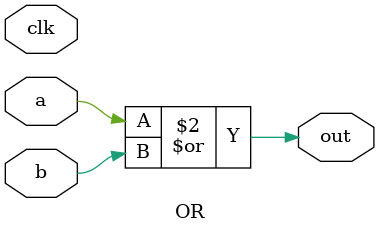
<source format=v>
module OR(a,b,out,clk);
input a,b,clk;
output reg out;
always @(a or b)
begin
out = a | b;
end
initial
begin
	out=0;
end
endmodule

</source>
